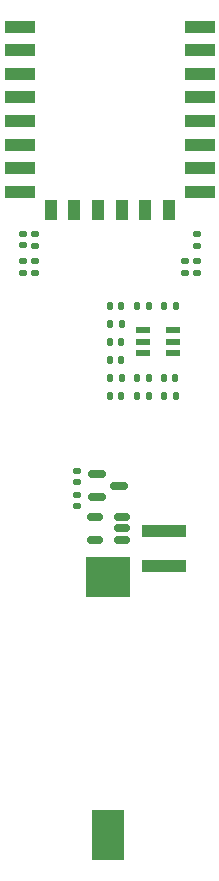
<source format=gbr>
%TF.GenerationSoftware,KiCad,Pcbnew,8.0.2*%
%TF.CreationDate,2024-11-04T20:05:35-05:00*%
%TF.ProjectId,proto,70726f74-6f2e-46b6-9963-61645f706362,rev?*%
%TF.SameCoordinates,Original*%
%TF.FileFunction,Paste,Top*%
%TF.FilePolarity,Positive*%
%FSLAX46Y46*%
G04 Gerber Fmt 4.6, Leading zero omitted, Abs format (unit mm)*
G04 Created by KiCad (PCBNEW 8.0.2) date 2024-11-04 20:05:35*
%MOMM*%
%LPD*%
G01*
G04 APERTURE LIST*
G04 Aperture macros list*
%AMRoundRect*
0 Rectangle with rounded corners*
0 $1 Rounding radius*
0 $2 $3 $4 $5 $6 $7 $8 $9 X,Y pos of 4 corners*
0 Add a 4 corners polygon primitive as box body*
4,1,4,$2,$3,$4,$5,$6,$7,$8,$9,$2,$3,0*
0 Add four circle primitives for the rounded corners*
1,1,$1+$1,$2,$3*
1,1,$1+$1,$4,$5*
1,1,$1+$1,$6,$7*
1,1,$1+$1,$8,$9*
0 Add four rect primitives between the rounded corners*
20,1,$1+$1,$2,$3,$4,$5,0*
20,1,$1+$1,$4,$5,$6,$7,0*
20,1,$1+$1,$6,$7,$8,$9,0*
20,1,$1+$1,$8,$9,$2,$3,0*%
G04 Aperture macros list end*
%ADD10RoundRect,0.140000X-0.170000X0.140000X-0.170000X-0.140000X0.170000X-0.140000X0.170000X0.140000X0*%
%ADD11RoundRect,0.135000X-0.135000X-0.185000X0.135000X-0.185000X0.135000X0.185000X-0.135000X0.185000X0*%
%ADD12RoundRect,0.135000X0.135000X0.185000X-0.135000X0.185000X-0.135000X-0.185000X0.135000X-0.185000X0*%
%ADD13RoundRect,0.135000X-0.185000X0.135000X-0.185000X-0.135000X0.185000X-0.135000X0.185000X0.135000X0*%
%ADD14RoundRect,0.135000X0.185000X-0.135000X0.185000X0.135000X-0.185000X0.135000X-0.185000X-0.135000X0*%
%ADD15R,3.700000X1.100000*%
%ADD16RoundRect,0.140000X-0.140000X-0.170000X0.140000X-0.170000X0.140000X0.170000X-0.140000X0.170000X0*%
%ADD17R,2.500000X1.000000*%
%ADD18R,1.000000X1.800000*%
%ADD19R,3.800000X3.500000*%
%ADD20R,2.800000X4.300000*%
%ADD21RoundRect,0.140000X0.140000X0.170000X-0.140000X0.170000X-0.140000X-0.170000X0.140000X-0.170000X0*%
%ADD22RoundRect,0.150000X0.512500X0.150000X-0.512500X0.150000X-0.512500X-0.150000X0.512500X-0.150000X0*%
%ADD23RoundRect,0.150000X-0.587500X-0.150000X0.587500X-0.150000X0.587500X0.150000X-0.587500X0.150000X0*%
%ADD24RoundRect,0.147500X-0.147500X-0.172500X0.147500X-0.172500X0.147500X0.172500X-0.147500X0.172500X0*%
%ADD25RoundRect,0.072500X0.532500X0.217500X-0.532500X0.217500X-0.532500X-0.217500X0.532500X-0.217500X0*%
G04 APERTURE END LIST*
D10*
%TO.C,C7*%
X130556000Y-98326000D03*
X130556000Y-99286000D03*
%TD*%
%TO.C,C6*%
X130556000Y-100358000D03*
X130556000Y-101318000D03*
%TD*%
D11*
%TO.C,R3*%
X135634000Y-84328000D03*
X136654000Y-84328000D03*
%TD*%
D12*
%TO.C,R2*%
X138940000Y-84328000D03*
X137920000Y-84328000D03*
%TD*%
D13*
%TO.C,R15*%
X125984000Y-81536000D03*
X125984000Y-80516000D03*
%TD*%
D14*
%TO.C,R13*%
X139700000Y-80516000D03*
X139700000Y-81536000D03*
%TD*%
D11*
%TO.C,R12*%
X137920000Y-91948000D03*
X138940000Y-91948000D03*
%TD*%
D15*
%TO.C,L2*%
X137922000Y-106402000D03*
X137922000Y-103402000D03*
%TD*%
D16*
%TO.C,C5*%
X137950000Y-90424000D03*
X138910000Y-90424000D03*
%TD*%
D17*
%TO.C,U1*%
X125750000Y-60700000D03*
X125750000Y-62700000D03*
X125750000Y-64700000D03*
X125750000Y-66700000D03*
X125750000Y-68700000D03*
X125750000Y-70700000D03*
X125750000Y-72700000D03*
X125750000Y-74700000D03*
D18*
X128350000Y-76200000D03*
X130350000Y-76200000D03*
X132350000Y-76200000D03*
X134350000Y-76200000D03*
X136350000Y-76200000D03*
X138350000Y-76200000D03*
D17*
X140950000Y-74700000D03*
X140950000Y-72700000D03*
X140950000Y-70700000D03*
X140950000Y-68700000D03*
X140950000Y-66700000D03*
X140950000Y-64700000D03*
X140950000Y-62700000D03*
X140950000Y-60700000D03*
%TD*%
D19*
%TO.C,BT1*%
X133220000Y-107310000D03*
D20*
X133220000Y-129110000D03*
%TD*%
D21*
%TO.C,C3*%
X134338000Y-88900000D03*
X133378000Y-88900000D03*
%TD*%
D22*
%TO.C,U3*%
X134355000Y-104140000D03*
X134355000Y-103190000D03*
X134355000Y-102240000D03*
X132080000Y-102240000D03*
X132080000Y-104140000D03*
%TD*%
D12*
%TO.C,R1*%
X134368000Y-85852000D03*
X133348000Y-85852000D03*
%TD*%
D21*
%TO.C,C2*%
X134310000Y-91948000D03*
X133350000Y-91948000D03*
%TD*%
D13*
%TO.C,R11*%
X127000000Y-81536000D03*
X127000000Y-80516000D03*
%TD*%
D12*
%TO.C,R5*%
X136654000Y-90424000D03*
X135634000Y-90424000D03*
%TD*%
D13*
%TO.C,R9*%
X140716000Y-78230000D03*
X140716000Y-79250000D03*
%TD*%
D23*
%TO.C,D1*%
X132237000Y-98618000D03*
X132237000Y-100518000D03*
X134112000Y-99568000D03*
%TD*%
D13*
%TO.C,R14*%
X140716000Y-81536000D03*
X140716000Y-80516000D03*
%TD*%
D14*
%TO.C,R7*%
X127000000Y-79250000D03*
X127000000Y-78230000D03*
%TD*%
D10*
%TO.C,C4*%
X125984000Y-78260000D03*
X125984000Y-79220000D03*
%TD*%
D21*
%TO.C,C1*%
X134338000Y-84328000D03*
X133378000Y-84328000D03*
%TD*%
D11*
%TO.C,R4*%
X133348000Y-90424000D03*
X134368000Y-90424000D03*
%TD*%
D24*
%TO.C,L1*%
X133373000Y-87376000D03*
X134343000Y-87376000D03*
%TD*%
D25*
%TO.C,U2*%
X138669000Y-88326000D03*
X138669000Y-87376000D03*
X138669000Y-86426000D03*
X136159000Y-86426000D03*
X136159000Y-87376000D03*
X136159000Y-88326000D03*
%TD*%
D11*
%TO.C,R6*%
X135634000Y-91948000D03*
X136654000Y-91948000D03*
%TD*%
M02*

</source>
